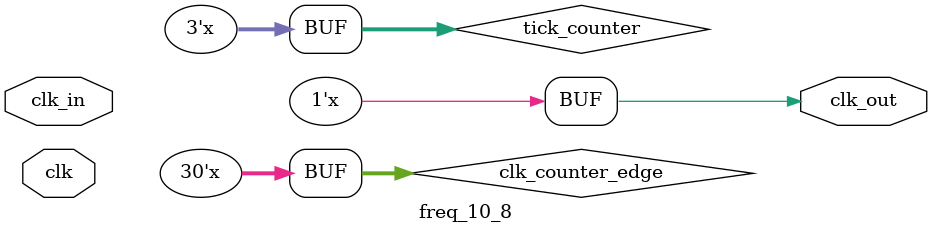
<source format=v>
module freq_10_8 (
        input clk,
        input clk_in,
        output reg clk_out
    );

    reg [29:0] clk_counter_edge;
    reg [29:0] clk_counter;
    reg [2:0] tick_counter;
    reg count_start;
    reg count_end;

    always @(clk_in) begin
        if(count_start == 1'b0) begin
            tick_counter <= 3'b111;
            clk_counter_edge <= 30'b0;
            count_start <= 1'b1;
        end
        else begin
            if(count_end == 1'b0) begin
                count_end = 1'b1;
                clk_counter = 30'b1;
                clk_out = clk_in;
            end 
        end
    end

    always @(clk) begin
        if(count_start & count_end) begin
            if (clk_counter == clk_counter_edge) begin
                    clk_counter <= 30'b1;
                    clk_out = ~clk_out;
                end
            else begin
                clk_counter <= clk_counter + 1;
            end
        end
        else begin
            tick_counter <= tick_counter + 1;
        end
    end

    always @(tick_counter) begin
        if (tick_counter != 3'b111) begin
            case(tick_counter)
                3'b100:
                    begin
                        tick_counter <= 3'b111;
                    end
                default:
                    begin
                        clk_counter_edge = clk_counter_edge + 1;
                    end
            endcase
        end
    end

    initial begin
        count_start <= 1'b0;
        count_end <= 1'b0;
    end
endmodule
</source>
